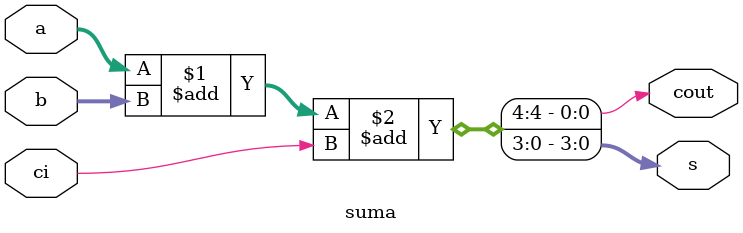
<source format=sv>
module suma #(parameter N=4)(input logic [N-1:0] a,b, input logic ci, 
									output logic [N-1:0] s, output logic cout);
									
									
									
assign {cout, s}= a+b+ci; 



endmodule
</source>
